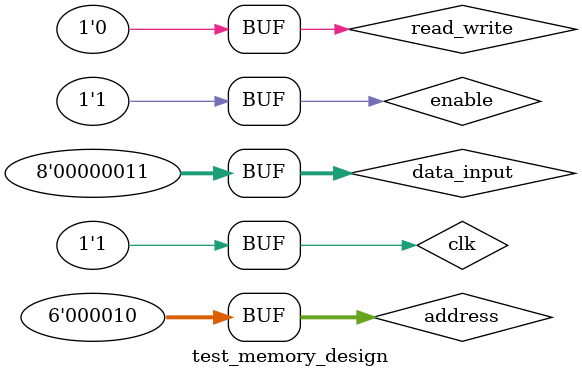
<source format=v>

module memory_design(output reg [7:0] data_output, input [7:0] data_input, input [5:0] address, input enable, read_write, clk);
    reg [5:0] memory[63:0];
    always @(posedge clk)
	begin
	    if (enable) 
		begin
		    if (read_write)
			memory[address] <= data_input;
		    else 
			data_output <= memory[address];
		end
	end
endmodule

module test_memory_design();
    wire [7:0] data_output;
    reg [7:0] data_input; 
    reg [5:0] address; 
    reg enable, read_write, clk;
    memory_design G(data_output, data_input, address, enable, read_write, clk);
    initial
	begin
            enable=1;read_write=1;clk=0;
	    #100 clk=1;address=5'b00001;data_input=8'b00000010;
	    #100 clk=0;
     	    #100 clk=1;read_write=0;address=5'b00001;
	    #100 clk=0;read_write=1;address=5'b00010;data_input=8'b00000011;
	    #100 clk=1;
	    #100 clk=0;
	    #100 clk=1;read_write=0;address=5'b00010;
	end
endmodule

</source>
